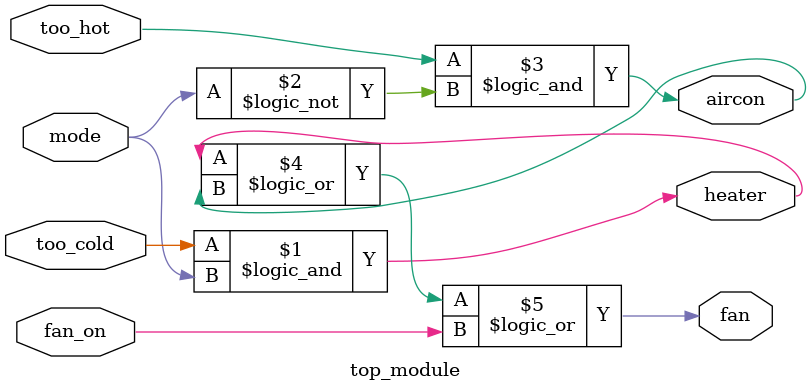
<source format=v>
module top_module (
    input too_cold,
    input too_hot,
    input mode,
    input fan_on,
    output heater,
    output aircon,
    output fan
);

    assign heater = too_cold && mode;
    assign aircon = too_hot && !mode;
    assign fan = heater || aircon || fan_on;

endmodule

</source>
